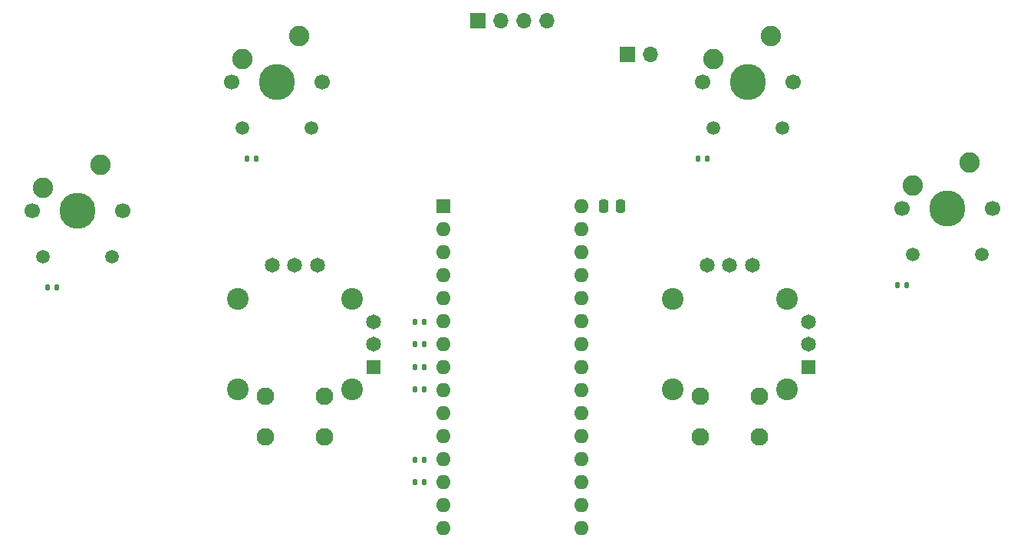
<source format=gts>
%TF.GenerationSoftware,KiCad,Pcbnew,(6.0.9)*%
%TF.CreationDate,2023-06-09T10:31:56+10:00*%
%TF.ProjectId,Joysticks2.0,4a6f7973-7469-4636-9b73-322e302e6b69,rev?*%
%TF.SameCoordinates,PX3d09000PY568bc30*%
%TF.FileFunction,Soldermask,Top*%
%TF.FilePolarity,Negative*%
%FSLAX46Y46*%
G04 Gerber Fmt 4.6, Leading zero omitted, Abs format (unit mm)*
G04 Created by KiCad (PCBNEW (6.0.9)) date 2023-06-09 10:31:56*
%MOMM*%
%LPD*%
G01*
G04 APERTURE LIST*
G04 Aperture macros list*
%AMRoundRect*
0 Rectangle with rounded corners*
0 $1 Rounding radius*
0 $2 $3 $4 $5 $6 $7 $8 $9 X,Y pos of 4 corners*
0 Add a 4 corners polygon primitive as box body*
4,1,4,$2,$3,$4,$5,$6,$7,$8,$9,$2,$3,0*
0 Add four circle primitives for the rounded corners*
1,1,$1+$1,$2,$3*
1,1,$1+$1,$4,$5*
1,1,$1+$1,$6,$7*
1,1,$1+$1,$8,$9*
0 Add four rect primitives between the rounded corners*
20,1,$1+$1,$2,$3,$4,$5,0*
20,1,$1+$1,$4,$5,$6,$7,0*
20,1,$1+$1,$6,$7,$8,$9,0*
20,1,$1+$1,$8,$9,$2,$3,0*%
G04 Aperture macros list end*
%ADD10C,1.950000*%
%ADD11C,2.400000*%
%ADD12R,1.650000X1.650000*%
%ADD13C,1.650000*%
%ADD14RoundRect,0.135000X-0.135000X-0.185000X0.135000X-0.185000X0.135000X0.185000X-0.135000X0.185000X0*%
%ADD15C,1.700000*%
%ADD16C,3.987800*%
%ADD17C,1.508000*%
%ADD18C,2.250000*%
%ADD19R,1.600000X1.600000*%
%ADD20O,1.600000X1.600000*%
%ADD21RoundRect,0.250000X-0.250000X-0.475000X0.250000X-0.475000X0.250000X0.475000X-0.250000X0.475000X0*%
%ADD22R,1.700000X1.700000*%
%ADD23O,1.700000X1.700000*%
%ADD24RoundRect,0.135000X0.135000X0.185000X-0.135000X0.185000X-0.135000X-0.185000X0.135000X-0.185000X0*%
G04 APERTURE END LIST*
D10*
%TO.C,U1*%
X8750000Y-24000000D03*
X15250000Y-24000000D03*
X8750000Y-28500000D03*
X15250000Y-28500000D03*
D11*
X18325000Y-13250000D03*
X5675000Y-13250000D03*
X5675000Y-23250000D03*
X18325000Y-23250000D03*
D12*
X20730000Y-20750000D03*
D13*
X20730000Y-18250000D03*
X20730000Y-15750000D03*
X14500000Y-9520000D03*
X12000000Y-9520000D03*
X9500000Y-9520000D03*
%TD*%
D14*
%TO.C,R2*%
X-15260000Y-12000000D03*
X-14240000Y-12000000D03*
%TD*%
D10*
%TO.C,U11*%
X56750000Y-24000000D03*
X63250000Y-24000000D03*
X56750000Y-28500000D03*
X63250000Y-28500000D03*
D11*
X66325000Y-13250000D03*
X53675000Y-13250000D03*
X53675000Y-23250000D03*
X66325000Y-23250000D03*
D12*
X68730000Y-20750000D03*
D13*
X68730000Y-18250000D03*
X68730000Y-15750000D03*
X62500000Y-9520000D03*
X60000000Y-9520000D03*
X57500000Y-9520000D03*
%TD*%
D14*
%TO.C,R8*%
X25240000Y-23250000D03*
X26260000Y-23250000D03*
%TD*%
D15*
%TO.C,U2*%
X57000000Y10750000D03*
X67000000Y10750000D03*
D16*
X62000000Y10750000D03*
D17*
X58190000Y5670000D03*
X65810000Y5670000D03*
D18*
X64510000Y15830000D03*
X58190000Y13290000D03*
%TD*%
D15*
%TO.C,U3*%
X-17000000Y-3500000D03*
X-7000000Y-3500000D03*
D16*
X-12000000Y-3500000D03*
D17*
X-15810000Y-8580000D03*
X-8190000Y-8580000D03*
D18*
X-9490000Y1580000D03*
X-15810000Y-960000D03*
%TD*%
D14*
%TO.C,R14*%
X25240000Y-33500000D03*
X26260000Y-33500000D03*
%TD*%
D19*
%TO.C,A1*%
X28390000Y-2950000D03*
D20*
X28390000Y-5490000D03*
X28390000Y-8030000D03*
X28390000Y-10570000D03*
X28390000Y-13110000D03*
X28390000Y-15650000D03*
X28390000Y-18190000D03*
X28390000Y-20730000D03*
X28390000Y-23270000D03*
X28390000Y-25810000D03*
X28390000Y-28350000D03*
X28390000Y-30890000D03*
X28390000Y-33430000D03*
X28390000Y-35970000D03*
X28390000Y-38510000D03*
X43630000Y-38510000D03*
X43630000Y-35970000D03*
X43630000Y-33430000D03*
X43630000Y-30890000D03*
X43630000Y-28350000D03*
X43630000Y-25810000D03*
X43630000Y-23270000D03*
X43630000Y-20730000D03*
X43630000Y-18190000D03*
X43630000Y-15650000D03*
X43630000Y-13110000D03*
X43630000Y-10570000D03*
X43630000Y-8030000D03*
X43630000Y-5490000D03*
X43630000Y-2950000D03*
%TD*%
D21*
%TO.C,C1*%
X46050000Y-3000000D03*
X47950000Y-3000000D03*
%TD*%
D14*
%TO.C,R13*%
X25240000Y-31000000D03*
X26260000Y-31000000D03*
%TD*%
%TO.C,R4*%
X6740000Y2250000D03*
X7760000Y2250000D03*
%TD*%
D16*
%TO.C,U4*%
X84000000Y-3250000D03*
D15*
X89000000Y-3250000D03*
X79000000Y-3250000D03*
D17*
X80190000Y-8330000D03*
X87810000Y-8330000D03*
D18*
X86510000Y1830000D03*
X80190000Y-710000D03*
%TD*%
D15*
%TO.C,U5*%
X5000000Y10750000D03*
X15000000Y10750000D03*
D16*
X10000000Y10750000D03*
D17*
X6190000Y5670000D03*
X13810000Y5670000D03*
D18*
X12510000Y15830000D03*
X6190000Y13290000D03*
%TD*%
D14*
%TO.C,R5*%
X25240000Y-15750000D03*
X26260000Y-15750000D03*
%TD*%
%TO.C,R6*%
X25240000Y-18250000D03*
X26260000Y-18250000D03*
%TD*%
D22*
%TO.C,J1*%
X48750000Y13750000D03*
D23*
X51290000Y13750000D03*
%TD*%
D24*
%TO.C,R3*%
X79510000Y-11750000D03*
X78490000Y-11750000D03*
%TD*%
%TO.C,R1*%
X57510000Y2250000D03*
X56490000Y2250000D03*
%TD*%
D14*
%TO.C,R7*%
X25230000Y-20750000D03*
X26250000Y-20750000D03*
%TD*%
D22*
%TO.C,J4*%
X32200000Y17525000D03*
D23*
X34740000Y17525000D03*
X37280000Y17525000D03*
X39820000Y17525000D03*
%TD*%
M02*

</source>
